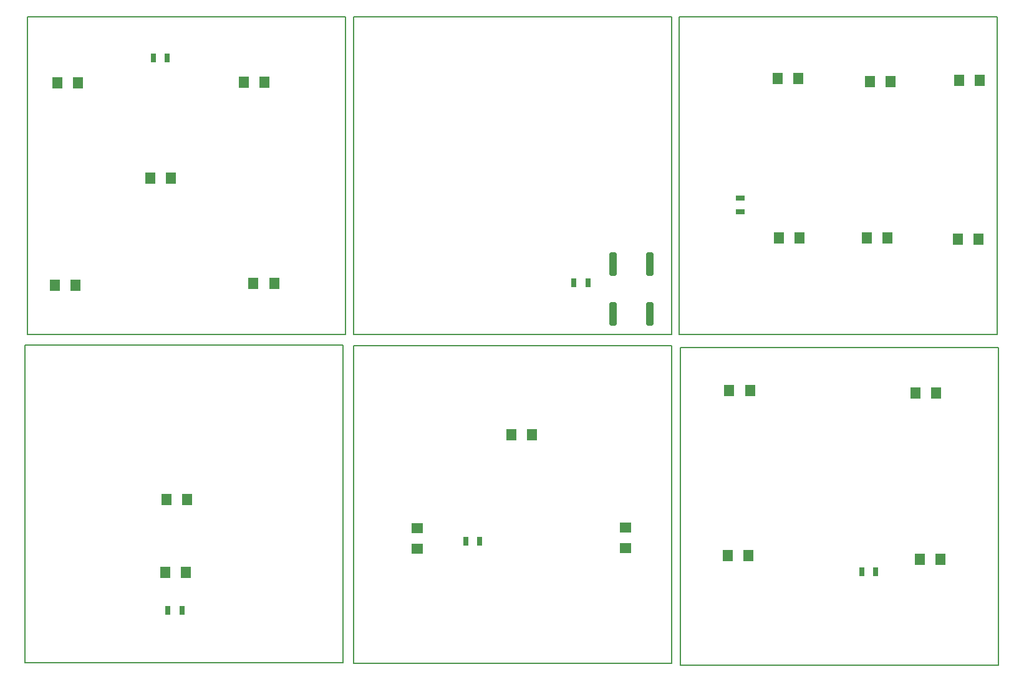
<source format=gbr>
G04 PROTEUS GERBER X2 FILE*
%TF.GenerationSoftware,Labcenter,Proteus,8.9-SP0-Build27865*%
%TF.CreationDate,2020-02-24T18:21:19+00:00*%
%TF.FileFunction,Paste,Bot*%
%TF.FilePolarity,Positive*%
%TF.Part,Single*%
%TF.SameCoordinates,{bab694e6-e1a7-4f03-bc32-dd160c38e7b3}*%
%FSLAX45Y45*%
%MOMM*%
G01*
%TA.AperFunction,Material*%
%ADD34R,1.400000X1.500000*%
%ADD36R,1.500000X1.400000*%
%ADD35R,0.700000X1.150000*%
%ADD37R,1.150000X0.700000*%
%AMPPAD032*
4,1,36,
0.500000,-1.350000,
0.500000,1.350000,
0.495030,1.401120,
0.480710,1.448390,
0.457980,1.490900,
0.427730,1.527730,
0.390900,1.557970,
0.348390,1.580710,
0.301120,1.595030,
0.250000,1.600000,
-0.250000,1.600000,
-0.301120,1.595030,
-0.348390,1.580710,
-0.390900,1.557970,
-0.427730,1.527730,
-0.457980,1.490900,
-0.480710,1.448390,
-0.495030,1.401120,
-0.500000,1.350000,
-0.500000,-1.350000,
-0.495030,-1.401120,
-0.480710,-1.448390,
-0.457980,-1.490900,
-0.427730,-1.527730,
-0.390900,-1.557970,
-0.348390,-1.580710,
-0.301120,-1.595030,
-0.250000,-1.600000,
0.250000,-1.600000,
0.301120,-1.595030,
0.348390,-1.580710,
0.390900,-1.557970,
0.427730,-1.527730,
0.457980,-1.490900,
0.480710,-1.448390,
0.495030,-1.401120,
0.500000,-1.350000,
0*%
%TA.AperFunction,Material*%
%ADD38PPAD032*%
%TA.AperFunction,Profile*%
%ADD18C,0.203200*%
%TD.AperFunction*%
D34*
X+5810000Y+1980000D03*
X+5530000Y+1980000D03*
X+7010000Y+1980000D03*
X+6730000Y+1980000D03*
X+4840000Y-2340000D03*
X+5120000Y-2340000D03*
X+4860000Y-100000D03*
X+5140000Y-100000D03*
X+7390000Y-130000D03*
X+7670000Y-130000D03*
X+7730000Y-2390000D03*
X+7450000Y-2390000D03*
X-1450000Y+4090000D03*
X-1730000Y+4090000D03*
X-1320000Y+1360000D03*
X-1600000Y+1360000D03*
X-4020000Y+1330000D03*
X-4300000Y+1330000D03*
X-4260000Y+4080000D03*
X-3980000Y+4080000D03*
X-3000000Y+2790000D03*
X-2720000Y+2790000D03*
X+5520000Y+4140000D03*
X+5800000Y+4140000D03*
X+6770000Y+4100000D03*
X+7050000Y+4100000D03*
X+7980000Y+4120000D03*
X+8260000Y+4120000D03*
X+8240000Y+1960000D03*
X+7960000Y+1960000D03*
X-2500000Y-1580000D03*
X-2780000Y-1580000D03*
X-2800000Y-2570000D03*
X-2520000Y-2570000D03*
D36*
X+3450000Y-2240000D03*
X+3450000Y-1960000D03*
D34*
X+2180000Y-700000D03*
X+1900000Y-700000D03*
D36*
X+620000Y-1970000D03*
X+620000Y-2250000D03*
D35*
X+6850000Y-2560000D03*
X+6660000Y-2560000D03*
X-2960000Y+4420000D03*
X-2770000Y+4420000D03*
D37*
X+5010000Y+2330000D03*
X+5010000Y+2520000D03*
D35*
X-2570000Y-3090000D03*
X-2760000Y-3090000D03*
X+1280000Y-2150000D03*
X+1470000Y-2150000D03*
D38*
X+3280000Y+1620000D03*
X+3780000Y+1620000D03*
X+3780000Y+940000D03*
X+3280000Y+940000D03*
D35*
X+2940000Y+1370000D03*
X+2750000Y+1370000D03*
D18*
X-240000Y+660000D02*
X+4078000Y+660000D01*
X+4078000Y+4978000D01*
X-240000Y+4978000D01*
X-240000Y+660000D01*
X+4180000Y+660000D02*
X+8498000Y+660000D01*
X+8498000Y+4978000D01*
X+4180000Y+4978000D01*
X+4180000Y+660000D01*
X+4200000Y-3830000D02*
X+8518000Y-3830000D01*
X+8518000Y+488000D01*
X+4200000Y+488000D01*
X+4200000Y-3830000D01*
X-4670000Y+660000D02*
X-352000Y+660000D01*
X-352000Y+4978000D01*
X-4670000Y+4978000D01*
X-4670000Y+660000D01*
X-4700000Y-3800000D02*
X-382000Y-3800000D01*
X-382000Y+518000D01*
X-4700000Y+518000D01*
X-4700000Y-3800000D01*
X-240000Y-3810000D02*
X+4078000Y-3810000D01*
X+4078000Y+508000D01*
X-240000Y+508000D01*
X-240000Y-3810000D01*
M02*

</source>
